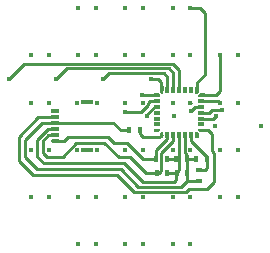
<source format=gbr>
G04 #@! TF.GenerationSoftware,KiCad,Pcbnew,(5.1.6)-1*
G04 #@! TF.CreationDate,2020-08-31T21:17:31+02:00*
G04 #@! TF.ProjectId,Freude_Touchpad,46726575-6465-45f5-946f-756368706164,rev?*
G04 #@! TF.SameCoordinates,Original*
G04 #@! TF.FileFunction,Copper,L1,Top*
G04 #@! TF.FilePolarity,Positive*
%FSLAX46Y46*%
G04 Gerber Fmt 4.6, Leading zero omitted, Abs format (unit mm)*
G04 Created by KiCad (PCBNEW (5.1.6)-1) date 2020-08-31 21:17:31*
%MOMM*%
%LPD*%
G01*
G04 APERTURE LIST*
G04 #@! TA.AperFunction,SMDPad,CuDef*
%ADD10R,0.400000X0.600000*%
G04 #@! TD*
G04 #@! TA.AperFunction,SMDPad,CuDef*
%ADD11R,0.600000X0.400000*%
G04 #@! TD*
G04 #@! TA.AperFunction,SMDPad,CuDef*
%ADD12C,0.100000*%
G04 #@! TD*
G04 #@! TA.AperFunction,SMDPad,CuDef*
%ADD13R,0.550000X0.300000*%
G04 #@! TD*
G04 #@! TA.AperFunction,SMDPad,CuDef*
%ADD14R,0.300000X0.550000*%
G04 #@! TD*
G04 #@! TA.AperFunction,SMDPad,CuDef*
%ADD15R,0.700000X0.300000*%
G04 #@! TD*
G04 #@! TA.AperFunction,SMDPad,CuDef*
%ADD16R,1.000000X0.300000*%
G04 #@! TD*
G04 #@! TA.AperFunction,ViaPad*
%ADD17C,0.450000*%
G04 #@! TD*
G04 #@! TA.AperFunction,ViaPad*
%ADD18C,0.400000*%
G04 #@! TD*
G04 #@! TA.AperFunction,Conductor*
%ADD19C,0.250000*%
G04 #@! TD*
G04 APERTURE END LIST*
D10*
X104450000Y-102800000D03*
X103550000Y-102800000D03*
X99550000Y-100350000D03*
X100450000Y-100350000D03*
X102800000Y-104000000D03*
X101900000Y-104000000D03*
X101850000Y-102800000D03*
X102750000Y-102800000D03*
X103600000Y-104000000D03*
X104500000Y-104000000D03*
D11*
X105450000Y-103750000D03*
X105450000Y-104650000D03*
D10*
X105250000Y-102800000D03*
X106150000Y-102800000D03*
G04 #@! TA.AperFunction,SMDPad,CuDef*
D12*
G36*
X102204345Y-100200603D02*
G01*
X102204345Y-100350603D01*
X102054345Y-100500603D01*
X101654345Y-100500603D01*
X101654345Y-100200603D01*
X102204345Y-100200603D01*
G37*
G04 #@! TD.AperFunction*
D13*
X101929345Y-99850603D03*
X101929345Y-99350603D03*
X101929345Y-98850603D03*
X101929345Y-98350603D03*
X101929345Y-97850603D03*
G04 #@! TA.AperFunction,SMDPad,CuDef*
D12*
G36*
X102054345Y-97200603D02*
G01*
X102204345Y-97350603D01*
X102204345Y-97500603D01*
X101654345Y-97500603D01*
X101654345Y-97200603D01*
X102054345Y-97200603D01*
G37*
G04 #@! TD.AperFunction*
G04 #@! TA.AperFunction,SMDPad,CuDef*
G36*
X102154345Y-97100603D02*
G01*
X102154345Y-96700603D01*
X102454345Y-96700603D01*
X102454345Y-97250603D01*
X102304345Y-97250603D01*
X102154345Y-97100603D01*
G37*
G04 #@! TD.AperFunction*
D14*
X102804345Y-96975603D03*
X103304345Y-96975603D03*
X103804345Y-96975603D03*
X104304345Y-96975603D03*
X104804345Y-96975603D03*
G04 #@! TA.AperFunction,SMDPad,CuDef*
D12*
G36*
X105154345Y-96700603D02*
G01*
X105454345Y-96700603D01*
X105454345Y-97100603D01*
X105304345Y-97250603D01*
X105154345Y-97250603D01*
X105154345Y-96700603D01*
G37*
G04 #@! TD.AperFunction*
G04 #@! TA.AperFunction,SMDPad,CuDef*
G36*
X105554345Y-97200603D02*
G01*
X105954345Y-97200603D01*
X105954345Y-97500603D01*
X105404345Y-97500603D01*
X105404345Y-97350603D01*
X105554345Y-97200603D01*
G37*
G04 #@! TD.AperFunction*
D13*
X105679345Y-97850603D03*
X105679345Y-98350603D03*
X105679345Y-98850603D03*
X105679345Y-99350603D03*
X105679345Y-99850603D03*
G04 #@! TA.AperFunction,SMDPad,CuDef*
D12*
G36*
X105954345Y-100200603D02*
G01*
X105954345Y-100500603D01*
X105554345Y-100500603D01*
X105404345Y-100350603D01*
X105404345Y-100200603D01*
X105954345Y-100200603D01*
G37*
G04 #@! TD.AperFunction*
G04 #@! TA.AperFunction,SMDPad,CuDef*
G36*
X105154345Y-100450603D02*
G01*
X105304345Y-100450603D01*
X105454345Y-100600603D01*
X105454345Y-101000603D01*
X105154345Y-101000603D01*
X105154345Y-100450603D01*
G37*
G04 #@! TD.AperFunction*
D14*
X104804345Y-100725603D03*
X104304345Y-100725603D03*
X103804345Y-100725603D03*
X103304345Y-100725603D03*
X102804345Y-100725603D03*
G04 #@! TA.AperFunction,SMDPad,CuDef*
D12*
G36*
X102154345Y-100600603D02*
G01*
X102304345Y-100450603D01*
X102454345Y-100450603D01*
X102454345Y-101000603D01*
X102154345Y-101000603D01*
X102154345Y-100600603D01*
G37*
G04 #@! TD.AperFunction*
G04 #@! TA.AperFunction,SMDPad,CuDef*
G36*
G01*
X93600000Y-101400000D02*
X93050000Y-101400000D01*
G75*
G02*
X92975000Y-101325000I0J75000D01*
G01*
X92975000Y-101175000D01*
G75*
G02*
X93050000Y-101100000I75000J0D01*
G01*
X93600000Y-101100000D01*
G75*
G02*
X93675000Y-101175000I0J-75000D01*
G01*
X93675000Y-101325000D01*
G75*
G02*
X93600000Y-101400000I-75000J0D01*
G01*
G37*
G04 #@! TD.AperFunction*
D15*
X93325000Y-100750000D03*
X93325000Y-100250000D03*
X93325000Y-99750000D03*
D16*
X95975000Y-102040000D03*
X95975000Y-97960000D03*
D15*
X93325000Y-99250000D03*
X93325000Y-98750000D03*
D17*
X95250000Y-90000000D03*
X96750000Y-90000000D03*
X99250000Y-90000000D03*
X100750000Y-90000000D03*
X103250000Y-90000000D03*
X104750000Y-90000000D03*
X108750000Y-94000000D03*
X107250000Y-94000000D03*
X104750000Y-94000000D03*
X103250000Y-94000000D03*
X100750000Y-94000000D03*
D18*
X99250000Y-94000000D03*
D17*
X96750000Y-94000000D03*
X95250000Y-94000000D03*
X92750000Y-94000000D03*
D18*
X91250000Y-94000000D03*
D17*
X91250000Y-98000000D03*
X92750000Y-98000000D03*
X95125000Y-98000000D03*
X96850000Y-98000000D03*
D18*
X99250000Y-98000000D03*
D17*
X100750000Y-98000000D03*
X103250000Y-98000000D03*
X104750000Y-98000000D03*
X107250000Y-98000000D03*
X108750000Y-98000000D03*
X108750000Y-102000000D03*
X107250000Y-102000000D03*
X104750000Y-102000000D03*
X103250000Y-102000000D03*
X100750000Y-102000000D03*
X99250000Y-102000000D03*
X96850000Y-102000000D03*
X95125000Y-102000000D03*
X92750000Y-102000000D03*
X91250000Y-102000000D03*
X104804948Y-98700000D03*
X91250000Y-106000000D03*
X92750000Y-106000000D03*
X95250000Y-106000000D03*
X96750000Y-106000000D03*
X99250000Y-106000000D03*
X100750000Y-106000000D03*
X103250000Y-106000000D03*
X104750000Y-106000000D03*
X107250000Y-106000000D03*
X108750000Y-106000000D03*
X107400000Y-98600000D03*
X104750000Y-110000000D03*
X103250000Y-110000000D03*
X100750000Y-110000000D03*
X99250000Y-110000000D03*
X96750000Y-110000000D03*
X95250000Y-110000000D03*
X106900000Y-99100000D03*
X89400000Y-96000000D03*
X93374996Y-96000000D03*
X97349988Y-96000012D03*
X101400000Y-96000000D03*
X100649397Y-97350603D03*
X103400000Y-99100000D03*
X99200000Y-98800000D03*
X106810466Y-99981708D03*
X110700000Y-100000000D03*
X101100000Y-99100000D03*
D19*
X105304345Y-96600603D02*
X105304345Y-96975603D01*
X105550000Y-90000000D02*
X105950000Y-90400000D01*
X104750000Y-90000000D02*
X105550000Y-90000000D01*
X105950000Y-95650000D02*
X105300000Y-96300000D01*
X105300000Y-96300000D02*
X105300000Y-96596258D01*
X105950000Y-90400000D02*
X105950000Y-95650000D01*
X105300000Y-96596258D02*
X105304345Y-96600603D01*
X107250000Y-97050000D02*
X107250000Y-94000000D01*
X106950000Y-97350000D02*
X107250000Y-97050000D01*
X106054948Y-97350000D02*
X106950000Y-97350000D01*
X105679345Y-97350603D02*
X106054345Y-97350603D01*
X106054345Y-97350603D02*
X106054948Y-97350000D01*
X104804345Y-98054345D02*
X104750000Y-98000000D01*
X107100603Y-97850603D02*
X107250000Y-98000000D01*
X105679345Y-97850603D02*
X107100603Y-97850603D01*
X105154345Y-98350603D02*
X104804948Y-98700000D01*
X105679345Y-98350603D02*
X105154345Y-98350603D01*
X104804948Y-98700000D02*
X104804948Y-98700000D01*
X105679345Y-98850603D02*
X106349397Y-98850603D01*
X106349397Y-98850603D02*
X106600000Y-98600000D01*
X106600000Y-98600000D02*
X107400000Y-98600000D01*
X106649397Y-99350603D02*
X106900000Y-99100000D01*
X106900000Y-99100000D02*
X106649397Y-99350603D01*
X105679345Y-99350603D02*
X106649397Y-99350603D01*
X103804345Y-96975603D02*
X103804345Y-96450603D01*
X103804345Y-96450603D02*
X103800000Y-96446258D01*
X90700000Y-94700000D02*
X89400000Y-96000000D01*
X103804345Y-96450603D02*
X103804345Y-95204345D01*
X103804345Y-95204345D02*
X103300000Y-94700000D01*
X103300000Y-94700000D02*
X90700000Y-94700000D01*
X103304345Y-96975603D02*
X103304345Y-95504345D01*
X94274996Y-95100000D02*
X93374996Y-96000000D01*
X103304345Y-95504345D02*
X102900000Y-95100000D01*
X102900000Y-95100000D02*
X94274996Y-95100000D01*
X102804345Y-96975603D02*
X102804345Y-95804345D01*
X102804345Y-95804345D02*
X102500000Y-95500000D01*
X97850000Y-95500000D02*
X97349988Y-96000012D01*
X102500000Y-95500000D02*
X97850000Y-95500000D01*
X102000000Y-96000000D02*
X101400000Y-96000000D01*
X102300000Y-96300000D02*
X102000000Y-96000000D01*
X102300000Y-96596258D02*
X102300000Y-96300000D01*
X102304345Y-96975603D02*
X102304345Y-96600603D01*
X102304345Y-96600603D02*
X102300000Y-96596258D01*
X101929345Y-97350603D02*
X100649397Y-97350603D01*
X100649397Y-97350603D02*
X100649397Y-97350603D01*
X99200000Y-98800000D02*
X100600000Y-98800000D01*
X101404345Y-97850603D02*
X101354948Y-97900000D01*
X101929345Y-97850603D02*
X101404345Y-97850603D01*
X101354948Y-97902694D02*
X101200000Y-98057642D01*
X101354948Y-97900000D02*
X101354948Y-97902694D01*
X101200000Y-98200000D02*
X100600000Y-98800000D01*
X101200000Y-98057642D02*
X101200000Y-98200000D01*
X101746943Y-98350603D02*
X101100000Y-98997546D01*
X101929345Y-98350603D02*
X101746943Y-98350603D01*
X101100000Y-98997546D02*
X101100000Y-98997546D01*
X106150000Y-103550000D02*
X106150000Y-102800000D01*
X105400000Y-103750000D02*
X105950000Y-103750000D01*
X105950000Y-103750000D02*
X106150000Y-103550000D01*
X106150000Y-102800000D02*
X106150000Y-102550000D01*
X104804345Y-101250603D02*
X104804345Y-100725603D01*
X106103742Y-102550000D02*
X104804345Y-101250603D01*
X106150000Y-102550000D02*
X106103742Y-102550000D01*
X100450000Y-100700000D02*
X100450000Y-100350000D01*
X100700000Y-100950000D02*
X100450000Y-100700000D01*
X101500000Y-100950000D02*
X100700000Y-100950000D01*
X101503687Y-100946313D02*
X101500000Y-100950000D01*
X102304345Y-100725603D02*
X102083635Y-100946313D01*
X102083635Y-100946313D02*
X101503687Y-100946313D01*
X104450000Y-104000000D02*
X104450000Y-102800000D01*
X104450000Y-102800000D02*
X104450000Y-102450000D01*
X104304345Y-102304345D02*
X104304345Y-100725603D01*
X104450000Y-102450000D02*
X104304345Y-102304345D01*
X104450000Y-102800000D02*
X105250000Y-102800000D01*
X105400000Y-104650000D02*
X104400000Y-104650000D01*
X104450000Y-104600000D02*
X104400000Y-104650000D01*
X104450000Y-104000000D02*
X104450000Y-104600000D01*
X99500000Y-100300000D02*
X99550000Y-100350000D01*
X90725000Y-102650000D02*
X90725000Y-101200000D01*
X103925000Y-105125000D02*
X100325000Y-105125000D01*
X104450000Y-104600000D02*
X103925000Y-105125000D01*
X100325000Y-105125000D02*
X98850000Y-103650000D01*
X98850000Y-103650000D02*
X91725000Y-103650000D01*
X91725000Y-103650000D02*
X90725000Y-102650000D01*
X92175000Y-99750000D02*
X90725000Y-101200000D01*
X93325000Y-99750000D02*
X92175000Y-99750000D01*
X98275000Y-99775000D02*
X98850000Y-100350000D01*
X98850000Y-100350000D02*
X99550000Y-100350000D01*
X93325000Y-99750000D02*
X98275000Y-99750000D01*
X98275000Y-99750000D02*
X98275000Y-99775000D01*
X102750000Y-102800000D02*
X103804345Y-102800000D01*
X103804345Y-100725603D02*
X103804345Y-102800000D01*
X103804345Y-102800000D02*
X103804345Y-103745655D01*
X102750000Y-104000000D02*
X103550000Y-104000000D01*
X103550000Y-104000000D02*
X103804345Y-103745655D01*
X92730012Y-100250000D02*
X93325000Y-100250000D01*
X91775000Y-101205012D02*
X92730012Y-100250000D01*
X91775000Y-102575000D02*
X91775000Y-101205012D01*
X103550000Y-104000000D02*
X103550000Y-104550000D01*
X103550000Y-104550000D02*
X103400000Y-104700000D01*
X103400000Y-104700000D02*
X100700000Y-104700000D01*
X92350000Y-103150000D02*
X91775000Y-102575000D01*
X100700000Y-104700000D02*
X99150000Y-103150000D01*
X99150000Y-103150000D02*
X92350000Y-103150000D01*
X103304345Y-100725603D02*
X103304345Y-101250603D01*
X103304345Y-101250603D02*
X102954948Y-101600000D01*
X101850000Y-104000000D02*
X102100000Y-104000000D01*
X102100000Y-104000000D02*
X102300000Y-103800000D01*
X102300000Y-102254948D02*
X102954948Y-101600000D01*
X102300000Y-103800000D02*
X102300000Y-102254948D01*
X100950000Y-104000000D02*
X101850000Y-104000000D01*
X98675000Y-102650000D02*
X99600000Y-102650000D01*
X97475000Y-101450000D02*
X98675000Y-102650000D01*
X93950000Y-102575000D02*
X95075000Y-101450000D01*
X93325000Y-100750000D02*
X92725000Y-100750000D01*
X99600000Y-102650000D02*
X100950000Y-104000000D01*
X92725000Y-100750000D02*
X92250000Y-101225000D01*
X95075000Y-101450000D02*
X97475000Y-101450000D01*
X92575000Y-102575000D02*
X93950000Y-102575000D01*
X92250000Y-101225000D02*
X92250000Y-102250000D01*
X92250000Y-102250000D02*
X92575000Y-102575000D01*
X102804345Y-101095655D02*
X102804345Y-100725603D01*
X101850000Y-102800000D02*
X101850000Y-102050000D01*
X101850000Y-102050000D02*
X102804345Y-101095655D01*
X101400000Y-102800000D02*
X101850000Y-102800000D01*
X94075000Y-101250000D02*
X94375000Y-100950000D01*
X98300000Y-101450000D02*
X99400000Y-101450000D01*
X93325000Y-101250000D02*
X94075000Y-101250000D01*
X99400000Y-101450000D02*
X100750000Y-102800000D01*
X94375000Y-100950000D02*
X97800000Y-100950000D01*
X100750000Y-102800000D02*
X101400000Y-102800000D01*
X97800000Y-100950000D02*
X98300000Y-101450000D01*
X106550000Y-102100000D02*
X106550000Y-100650000D01*
X106750000Y-102300000D02*
X106550000Y-102100000D01*
X106750000Y-104725000D02*
X106750000Y-102300000D01*
X90200000Y-100900000D02*
X90200000Y-102925000D01*
X91425000Y-104150000D02*
X98550000Y-104150000D01*
X106150000Y-105325000D02*
X106750000Y-104725000D01*
X93325000Y-99250000D02*
X91850000Y-99250000D01*
X91850000Y-99250000D02*
X90200000Y-100900000D01*
X98550000Y-104150000D02*
X100000000Y-105600000D01*
X106550000Y-100650000D02*
X106250603Y-100350603D01*
X100025001Y-105574999D02*
X104350001Y-105574999D01*
X90200000Y-102925000D02*
X91425000Y-104150000D01*
X100000000Y-105600000D02*
X100025001Y-105574999D01*
X104350001Y-105574999D02*
X104600000Y-105325000D01*
X106250603Y-100350603D02*
X105679345Y-100350603D01*
X104600000Y-105325000D02*
X106150000Y-105325000D01*
M02*

</source>
